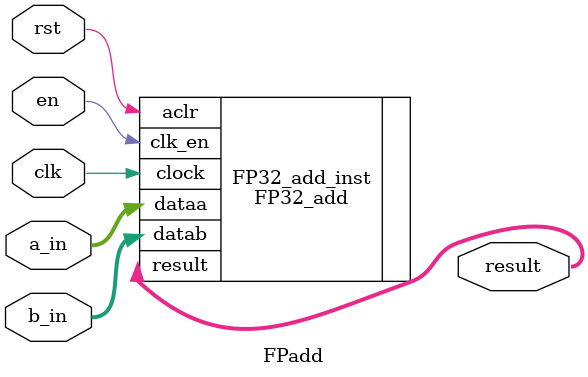
<source format=sv>
module FPadd(
	input 			rst,
	input 			en,
	input 			clk,
	input	[31:0] 	a_in,
	input	[31:0] 	b_in,
	output	[31:0] 	result
);

FP32_add	FP32_add_inst (
	.aclr 	( rst ),
	.clk_en ( en ),
	.clock 	( clk ),
	.dataa 	( a_in ),
	.datab 	( b_in ),
	.result ( result )
	);

endmodule

</source>
